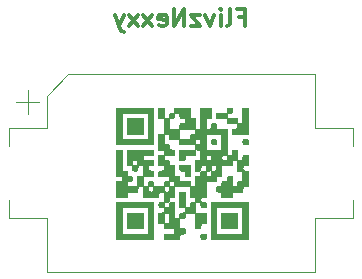
<source format=gbr>
G04 #@! TF.GenerationSoftware,KiCad,Pcbnew,5.1.9*
G04 #@! TF.CreationDate,2021-03-10T11:20:14+02:00*
G04 #@! TF.ProjectId,PlantBuddy,506c616e-7442-4756-9464-792e6b696361,rev?*
G04 #@! TF.SameCoordinates,Original*
G04 #@! TF.FileFunction,Legend,Bot*
G04 #@! TF.FilePolarity,Positive*
%FSLAX46Y46*%
G04 Gerber Fmt 4.6, Leading zero omitted, Abs format (unit mm)*
G04 Created by KiCad (PCBNEW 5.1.9) date 2021-03-10 11:20:14*
%MOMM*%
%LPD*%
G01*
G04 APERTURE LIST*
%ADD10C,0.300000*%
%ADD11C,0.120000*%
%ADD12C,0.010000*%
G04 APERTURE END LIST*
D10*
X70546571Y-51164857D02*
X71046571Y-51164857D01*
X71046571Y-51950571D02*
X71046571Y-50450571D01*
X70332285Y-50450571D01*
X69546571Y-51950571D02*
X69689428Y-51879142D01*
X69760857Y-51736285D01*
X69760857Y-50450571D01*
X68975142Y-51950571D02*
X68975142Y-50950571D01*
X68975142Y-50450571D02*
X69046571Y-50522000D01*
X68975142Y-50593428D01*
X68903714Y-50522000D01*
X68975142Y-50450571D01*
X68975142Y-50593428D01*
X68403714Y-50950571D02*
X68046571Y-51950571D01*
X67689428Y-50950571D01*
X67260857Y-50950571D02*
X66475142Y-50950571D01*
X67260857Y-51950571D01*
X66475142Y-51950571D01*
X65903714Y-51950571D02*
X65903714Y-50450571D01*
X65046571Y-51950571D01*
X65046571Y-50450571D01*
X63760857Y-51879142D02*
X63903714Y-51950571D01*
X64189428Y-51950571D01*
X64332285Y-51879142D01*
X64403714Y-51736285D01*
X64403714Y-51164857D01*
X64332285Y-51022000D01*
X64189428Y-50950571D01*
X63903714Y-50950571D01*
X63760857Y-51022000D01*
X63689428Y-51164857D01*
X63689428Y-51307714D01*
X64403714Y-51450571D01*
X63189428Y-51950571D02*
X62403714Y-50950571D01*
X63189428Y-50950571D02*
X62403714Y-51950571D01*
X61975142Y-51950571D02*
X61189428Y-50950571D01*
X61975142Y-50950571D02*
X61189428Y-51950571D01*
X60760857Y-50950571D02*
X60403714Y-51950571D01*
X60046571Y-50950571D02*
X60403714Y-51950571D01*
X60546571Y-52307714D01*
X60618000Y-52379142D01*
X60760857Y-52450571D01*
D11*
X76990000Y-60520000D02*
X80190000Y-60520000D01*
X80190000Y-60520000D02*
X80190000Y-62070000D01*
X76990000Y-56020000D02*
X76990000Y-60520000D01*
X76990000Y-56020000D02*
X56090000Y-56020000D01*
X54290000Y-57820000D02*
X54290000Y-60520000D01*
X56090000Y-56020000D02*
X54290000Y-57820000D01*
X54290000Y-60520000D02*
X51090000Y-60520000D01*
X51090000Y-60520000D02*
X51090000Y-62070000D01*
X54290000Y-68220000D02*
X51090000Y-68220000D01*
X51090000Y-68220000D02*
X51090000Y-66670000D01*
X76990000Y-68220000D02*
X80190000Y-68220000D01*
X80190000Y-68220000D02*
X80190000Y-66670000D01*
X54290000Y-72720000D02*
X76990000Y-72720000D01*
X54290000Y-72720000D02*
X54290000Y-68220000D01*
X76990000Y-72720000D02*
X76990000Y-68220000D01*
X52640000Y-59370000D02*
X52640000Y-57370000D01*
X53640000Y-58370000D02*
X51640000Y-58370000D01*
D12*
G36*
X70380500Y-67718500D02*
G01*
X69047000Y-67718500D01*
X69047000Y-69052000D01*
X70380500Y-69052000D01*
X70380500Y-67718500D01*
G37*
X70380500Y-67718500D02*
X69047000Y-67718500D01*
X69047000Y-69052000D01*
X70380500Y-69052000D01*
X70380500Y-67718500D01*
G36*
X62379500Y-67718500D02*
G01*
X61046000Y-67718500D01*
X61046000Y-69052000D01*
X62379500Y-69052000D01*
X62379500Y-67718500D01*
G37*
X62379500Y-67718500D02*
X61046000Y-67718500D01*
X61046000Y-69052000D01*
X62379500Y-69052000D01*
X62379500Y-67718500D01*
G36*
X68529208Y-61930171D02*
G01*
X68590298Y-61874711D01*
X68602472Y-61734667D01*
X68602500Y-61717750D01*
X68592670Y-61568792D01*
X68537210Y-61507702D01*
X68397166Y-61495528D01*
X68380250Y-61495500D01*
X68231291Y-61505330D01*
X68170201Y-61560790D01*
X68158027Y-61700834D01*
X68158000Y-61717750D01*
X68167829Y-61866709D01*
X68223289Y-61927799D01*
X68363333Y-61939973D01*
X68380250Y-61940000D01*
X68529208Y-61930171D01*
G37*
X68529208Y-61930171D02*
X68590298Y-61874711D01*
X68602472Y-61734667D01*
X68602500Y-61717750D01*
X68592670Y-61568792D01*
X68537210Y-61507702D01*
X68397166Y-61495528D01*
X68380250Y-61495500D01*
X68231291Y-61505330D01*
X68170201Y-61560790D01*
X68158027Y-61700834D01*
X68158000Y-61717750D01*
X68167829Y-61866709D01*
X68223289Y-61927799D01*
X68363333Y-61939973D01*
X68380250Y-61940000D01*
X68529208Y-61930171D01*
G36*
X65935500Y-65940500D02*
G01*
X65491000Y-65940500D01*
X65491000Y-67274000D01*
X65935500Y-67274000D01*
X65935500Y-65940500D01*
G37*
X65935500Y-65940500D02*
X65491000Y-65940500D01*
X65491000Y-67274000D01*
X65935500Y-67274000D01*
X65935500Y-65940500D01*
G36*
X66380000Y-63718000D02*
G01*
X65491000Y-63718000D01*
X65491000Y-63940250D01*
X65500829Y-64089209D01*
X65556289Y-64150299D01*
X65696333Y-64162473D01*
X65713250Y-64162500D01*
X65862208Y-64172330D01*
X65923298Y-64227790D01*
X65935472Y-64367834D01*
X65935500Y-64384750D01*
X65945329Y-64533709D01*
X66000789Y-64594799D01*
X66140833Y-64606973D01*
X66157750Y-64607000D01*
X66380000Y-64607000D01*
X66380000Y-63718000D01*
G37*
X66380000Y-63718000D02*
X65491000Y-63718000D01*
X65491000Y-63940250D01*
X65500829Y-64089209D01*
X65556289Y-64150299D01*
X65696333Y-64162473D01*
X65713250Y-64162500D01*
X65862208Y-64172330D01*
X65923298Y-64227790D01*
X65935472Y-64367834D01*
X65935500Y-64384750D01*
X65945329Y-64533709D01*
X66000789Y-64594799D01*
X66140833Y-64606973D01*
X66157750Y-64607000D01*
X66380000Y-64607000D01*
X66380000Y-63718000D01*
G36*
X65862208Y-63263671D02*
G01*
X65923298Y-63208211D01*
X65935472Y-63068167D01*
X65935500Y-63051250D01*
X65935500Y-62829000D01*
X66824500Y-62829000D01*
X66824500Y-62384500D01*
X65491000Y-62384500D01*
X65491000Y-63273500D01*
X65713250Y-63273500D01*
X65862208Y-63263671D01*
G37*
X65862208Y-63263671D02*
X65923298Y-63208211D01*
X65935472Y-63068167D01*
X65935500Y-63051250D01*
X65935500Y-62829000D01*
X66824500Y-62829000D01*
X66824500Y-62384500D01*
X65491000Y-62384500D01*
X65491000Y-63273500D01*
X65713250Y-63273500D01*
X65862208Y-63263671D01*
G36*
X62379500Y-59717500D02*
G01*
X61046000Y-59717500D01*
X61046000Y-61051000D01*
X62379500Y-61051000D01*
X62379500Y-59717500D01*
G37*
X62379500Y-59717500D02*
X61046000Y-59717500D01*
X61046000Y-61051000D01*
X62379500Y-61051000D01*
X62379500Y-59717500D01*
G36*
X67640208Y-69931171D02*
G01*
X67701298Y-69875711D01*
X67713472Y-69735667D01*
X67713500Y-69718750D01*
X67703670Y-69569792D01*
X67648210Y-69508702D01*
X67508166Y-69496528D01*
X67491250Y-69496500D01*
X67342291Y-69506330D01*
X67281201Y-69561790D01*
X67269027Y-69701834D01*
X67269000Y-69718750D01*
X67278829Y-69867709D01*
X67334289Y-69928799D01*
X67474333Y-69940973D01*
X67491250Y-69941000D01*
X67640208Y-69931171D01*
G37*
X67640208Y-69931171D02*
X67701298Y-69875711D01*
X67713472Y-69735667D01*
X67713500Y-69718750D01*
X67703670Y-69569792D01*
X67648210Y-69508702D01*
X67508166Y-69496528D01*
X67491250Y-69496500D01*
X67342291Y-69506330D01*
X67281201Y-69561790D01*
X67269027Y-69701834D01*
X67269000Y-69718750D01*
X67278829Y-69867709D01*
X67334289Y-69928799D01*
X67474333Y-69940973D01*
X67491250Y-69941000D01*
X67640208Y-69931171D01*
G36*
X71269500Y-66829500D02*
G01*
X68158000Y-66829500D01*
X68158000Y-69496500D01*
X68602500Y-69496500D01*
X68602500Y-67274000D01*
X70825000Y-67274000D01*
X70825000Y-69496500D01*
X68602500Y-69496500D01*
X68158000Y-69496500D01*
X68158000Y-69941000D01*
X71269500Y-69941000D01*
X71269500Y-66829500D01*
G37*
X71269500Y-66829500D02*
X68158000Y-66829500D01*
X68158000Y-69496500D01*
X68602500Y-69496500D01*
X68602500Y-67274000D01*
X70825000Y-67274000D01*
X70825000Y-69496500D01*
X68602500Y-69496500D01*
X68158000Y-69496500D01*
X68158000Y-69941000D01*
X71269500Y-69941000D01*
X71269500Y-66829500D01*
G36*
X63268500Y-66829500D02*
G01*
X60157000Y-66829500D01*
X60157000Y-69496500D01*
X60601500Y-69496500D01*
X60601500Y-67274000D01*
X62824000Y-67274000D01*
X62824000Y-69496500D01*
X60601500Y-69496500D01*
X60157000Y-69496500D01*
X60157000Y-69941000D01*
X63268500Y-69941000D01*
X63268500Y-66829500D01*
G37*
X63268500Y-66829500D02*
X60157000Y-66829500D01*
X60157000Y-69496500D01*
X60601500Y-69496500D01*
X60601500Y-67274000D01*
X62824000Y-67274000D01*
X62824000Y-69496500D01*
X60601500Y-69496500D01*
X60157000Y-69496500D01*
X60157000Y-69941000D01*
X63268500Y-69941000D01*
X63268500Y-66829500D01*
G36*
X71196208Y-61930171D02*
G01*
X71257298Y-61874711D01*
X71269472Y-61734667D01*
X71269500Y-61717750D01*
X71259670Y-61568792D01*
X71204210Y-61507702D01*
X71064166Y-61495528D01*
X71047250Y-61495500D01*
X70898291Y-61505330D01*
X70837201Y-61560790D01*
X70825027Y-61700834D01*
X70825000Y-61717750D01*
X70834829Y-61866709D01*
X70890289Y-61927799D01*
X71030333Y-61939973D01*
X71047250Y-61940000D01*
X71196208Y-61930171D01*
G37*
X71196208Y-61930171D02*
X71257298Y-61874711D01*
X71269472Y-61734667D01*
X71269500Y-61717750D01*
X71259670Y-61568792D01*
X71204210Y-61507702D01*
X71064166Y-61495528D01*
X71047250Y-61495500D01*
X70898291Y-61505330D01*
X70837201Y-61560790D01*
X70825027Y-61700834D01*
X70825000Y-61717750D01*
X70834829Y-61866709D01*
X70890289Y-61927799D01*
X71030333Y-61939973D01*
X71047250Y-61940000D01*
X71196208Y-61930171D01*
G36*
X69491500Y-60162000D02*
G01*
X70380500Y-60162000D01*
X70380500Y-60384250D01*
X70370670Y-60533209D01*
X70315210Y-60594299D01*
X70175166Y-60606473D01*
X70158250Y-60606500D01*
X70009291Y-60616330D01*
X69948201Y-60671790D01*
X69936027Y-60811834D01*
X69936000Y-60828750D01*
X69936000Y-61051000D01*
X71269500Y-61051000D01*
X71269500Y-58828500D01*
X70825000Y-58828500D01*
X70825000Y-60162000D01*
X70602750Y-60162000D01*
X70453791Y-60152171D01*
X70392701Y-60096711D01*
X70380527Y-59956667D01*
X70380500Y-59939750D01*
X70380500Y-59717500D01*
X69491500Y-59717500D01*
X69491500Y-60162000D01*
G37*
X69491500Y-60162000D02*
X70380500Y-60162000D01*
X70380500Y-60384250D01*
X70370670Y-60533209D01*
X70315210Y-60594299D01*
X70175166Y-60606473D01*
X70158250Y-60606500D01*
X70009291Y-60616330D01*
X69948201Y-60671790D01*
X69936027Y-60811834D01*
X69936000Y-60828750D01*
X69936000Y-61051000D01*
X71269500Y-61051000D01*
X71269500Y-58828500D01*
X70825000Y-58828500D01*
X70825000Y-60162000D01*
X70602750Y-60162000D01*
X70453791Y-60152171D01*
X70392701Y-60096711D01*
X70380527Y-59956667D01*
X70380500Y-59939750D01*
X70380500Y-59717500D01*
X69491500Y-59717500D01*
X69491500Y-60162000D01*
G36*
X69491500Y-59495250D02*
G01*
X69501329Y-59346292D01*
X69556789Y-59285202D01*
X69696833Y-59273028D01*
X69713750Y-59273000D01*
X69862708Y-59263171D01*
X69923798Y-59207711D01*
X69935972Y-59067667D01*
X69936000Y-59050750D01*
X69926170Y-58901792D01*
X69870710Y-58840702D01*
X69730666Y-58828528D01*
X69713750Y-58828500D01*
X69564791Y-58838330D01*
X69503701Y-58893790D01*
X69491527Y-59033834D01*
X69491500Y-59050750D01*
X69491500Y-59273000D01*
X68602500Y-59273000D01*
X68602500Y-59717500D01*
X69491500Y-59717500D01*
X69491500Y-59495250D01*
G37*
X69491500Y-59495250D02*
X69501329Y-59346292D01*
X69556789Y-59285202D01*
X69696833Y-59273028D01*
X69713750Y-59273000D01*
X69862708Y-59263171D01*
X69923798Y-59207711D01*
X69935972Y-59067667D01*
X69936000Y-59050750D01*
X69926170Y-58901792D01*
X69870710Y-58840702D01*
X69730666Y-58828528D01*
X69713750Y-58828500D01*
X69564791Y-58838330D01*
X69503701Y-58893790D01*
X69491527Y-59033834D01*
X69491500Y-59050750D01*
X69491500Y-59273000D01*
X68602500Y-59273000D01*
X68602500Y-59717500D01*
X69491500Y-59717500D01*
X69491500Y-59495250D01*
G36*
X66824500Y-66829500D02*
G01*
X67046750Y-66829500D01*
X67195708Y-66839330D01*
X67256798Y-66894790D01*
X67268972Y-67034834D01*
X67269000Y-67051750D01*
X67278829Y-67200709D01*
X67334289Y-67261799D01*
X67474333Y-67273973D01*
X67491250Y-67274000D01*
X67640208Y-67264171D01*
X67701298Y-67208711D01*
X67713472Y-67068667D01*
X67713500Y-67051750D01*
X67703670Y-66902792D01*
X67648210Y-66841702D01*
X67508166Y-66829528D01*
X67491250Y-66829500D01*
X67342291Y-66819671D01*
X67281201Y-66764211D01*
X67269027Y-66624167D01*
X67269000Y-66607250D01*
X67278829Y-66458292D01*
X67334289Y-66397202D01*
X67474333Y-66385028D01*
X67491250Y-66385000D01*
X67713500Y-66385000D01*
X67713500Y-65051500D01*
X68602500Y-65051500D01*
X68602500Y-64829250D01*
X68612329Y-64680292D01*
X68667789Y-64619202D01*
X68807833Y-64607028D01*
X68824750Y-64607000D01*
X69047000Y-64607000D01*
X69047000Y-63718000D01*
X69936000Y-63718000D01*
X69936000Y-63495750D01*
X69945829Y-63346792D01*
X70001289Y-63285702D01*
X70141333Y-63273528D01*
X70158250Y-63273500D01*
X70380500Y-63273500D01*
X70380500Y-62384500D01*
X70158250Y-62384500D01*
X70009291Y-62394330D01*
X69948201Y-62449790D01*
X69936027Y-62589834D01*
X69936000Y-62606750D01*
X69926170Y-62755709D01*
X69870710Y-62816799D01*
X69730666Y-62828973D01*
X69713750Y-62829000D01*
X69491500Y-62829000D01*
X69491500Y-60606500D01*
X68602500Y-60606500D01*
X68602500Y-60384250D01*
X68592670Y-60235292D01*
X68537210Y-60174202D01*
X68397166Y-60162028D01*
X68380250Y-60162000D01*
X68231291Y-60171830D01*
X68170201Y-60227290D01*
X68158027Y-60367334D01*
X68158000Y-60384250D01*
X68148170Y-60533209D01*
X68092710Y-60594299D01*
X67952666Y-60606473D01*
X67935750Y-60606500D01*
X67713500Y-60606500D01*
X67713500Y-59717500D01*
X68158000Y-59717500D01*
X68158000Y-58828500D01*
X67269000Y-58828500D01*
X67269000Y-60606500D01*
X66824500Y-60606500D01*
X66824500Y-59717500D01*
X66380000Y-59717500D01*
X66380000Y-58828500D01*
X65046500Y-58828500D01*
X65046500Y-59050750D01*
X65036670Y-59199709D01*
X64981210Y-59260799D01*
X64841166Y-59272973D01*
X64824250Y-59273000D01*
X64675291Y-59282830D01*
X64614201Y-59338290D01*
X64602027Y-59478334D01*
X64602000Y-59495250D01*
X64592170Y-59644209D01*
X64536710Y-59705299D01*
X64396666Y-59717473D01*
X64379750Y-59717500D01*
X64157500Y-59717500D01*
X64157500Y-60606500D01*
X64602000Y-60606500D01*
X64602000Y-59717500D01*
X64824250Y-59717500D01*
X64973208Y-59707671D01*
X65034298Y-59652211D01*
X65046472Y-59512167D01*
X65046500Y-59495250D01*
X65056329Y-59346292D01*
X65111789Y-59285202D01*
X65251833Y-59273028D01*
X65268750Y-59273000D01*
X65417708Y-59282830D01*
X65478798Y-59338290D01*
X65490972Y-59478334D01*
X65491000Y-59495250D01*
X65500829Y-59644209D01*
X65556289Y-59705299D01*
X65696333Y-59717473D01*
X65713250Y-59717500D01*
X65862208Y-59727330D01*
X65923298Y-59782790D01*
X65935472Y-59922834D01*
X65935500Y-59939750D01*
X65925670Y-60088709D01*
X65870210Y-60149799D01*
X65730166Y-60161973D01*
X65713250Y-60162000D01*
X65564291Y-60171830D01*
X65503201Y-60227290D01*
X65491027Y-60367334D01*
X65491000Y-60384250D01*
X65491000Y-60606500D01*
X64602000Y-60606500D01*
X64157500Y-60606500D01*
X64157500Y-61051000D01*
X63713000Y-61051000D01*
X63713000Y-62384500D01*
X63935250Y-62384500D01*
X64084208Y-62394330D01*
X64145298Y-62449790D01*
X64157472Y-62589834D01*
X64157500Y-62606750D01*
X64147670Y-62755709D01*
X64092210Y-62816799D01*
X63952166Y-62828973D01*
X63935250Y-62829000D01*
X63713000Y-62829000D01*
X63713000Y-63051250D01*
X64157500Y-63051250D01*
X64157500Y-62829000D01*
X65046500Y-62829000D01*
X65046500Y-62606750D01*
X65036670Y-62457792D01*
X64981210Y-62396702D01*
X64841166Y-62384528D01*
X64824250Y-62384500D01*
X64675291Y-62374671D01*
X64614201Y-62319211D01*
X64602027Y-62179167D01*
X64602000Y-62162250D01*
X64592170Y-62013292D01*
X64536710Y-61952202D01*
X64396666Y-61940028D01*
X64379750Y-61940000D01*
X64157500Y-61940000D01*
X64157500Y-61051000D01*
X64379750Y-61051000D01*
X64528708Y-61060830D01*
X64589798Y-61116290D01*
X64601972Y-61256334D01*
X64602000Y-61273250D01*
X64602000Y-61495500D01*
X65491000Y-61495500D01*
X65491000Y-60606500D01*
X66824500Y-60606500D01*
X66824500Y-60828750D01*
X66814670Y-60977709D01*
X66759210Y-61038799D01*
X66619166Y-61050973D01*
X66602250Y-61051000D01*
X66453291Y-61060830D01*
X66392201Y-61116290D01*
X66380027Y-61256334D01*
X66380000Y-61273250D01*
X66380000Y-61495500D01*
X65491000Y-61495500D01*
X65491000Y-61940000D01*
X66824500Y-61940000D01*
X66824500Y-61717750D01*
X66834329Y-61568792D01*
X66889789Y-61507702D01*
X67029833Y-61495528D01*
X67046750Y-61495500D01*
X67195708Y-61505330D01*
X67256798Y-61560790D01*
X67268972Y-61700834D01*
X67269000Y-61717750D01*
X67259170Y-61866709D01*
X67203710Y-61927799D01*
X67063666Y-61939973D01*
X67046750Y-61940000D01*
X66897791Y-61949830D01*
X66836701Y-62005290D01*
X66824527Y-62145334D01*
X66824500Y-62162250D01*
X66834329Y-62311209D01*
X66889789Y-62372299D01*
X67029833Y-62384473D01*
X67046750Y-62384500D01*
X67269000Y-62384500D01*
X67713500Y-62384500D01*
X67713500Y-61051000D01*
X69047000Y-61051000D01*
X69047000Y-62384500D01*
X67713500Y-62384500D01*
X67269000Y-62384500D01*
X67269000Y-63051250D01*
X67713500Y-63051250D01*
X67723329Y-62902292D01*
X67778789Y-62841202D01*
X67918833Y-62829028D01*
X67935750Y-62829000D01*
X68084708Y-62838830D01*
X68145798Y-62894290D01*
X68157972Y-63034334D01*
X68158000Y-63051250D01*
X69047000Y-63051250D01*
X69056829Y-62902292D01*
X69112289Y-62841202D01*
X69252333Y-62829028D01*
X69269250Y-62829000D01*
X69418208Y-62838830D01*
X69479298Y-62894290D01*
X69491472Y-63034334D01*
X69491500Y-63051250D01*
X69481670Y-63200209D01*
X69426210Y-63261299D01*
X69286166Y-63273473D01*
X69269250Y-63273500D01*
X69120291Y-63263671D01*
X69059201Y-63208211D01*
X69047027Y-63068167D01*
X69047000Y-63051250D01*
X68158000Y-63051250D01*
X68148170Y-63200209D01*
X68092710Y-63261299D01*
X67952666Y-63273473D01*
X67935750Y-63273500D01*
X67786791Y-63263671D01*
X67725701Y-63208211D01*
X67713527Y-63068167D01*
X67713500Y-63051250D01*
X67269000Y-63051250D01*
X67269000Y-63273500D01*
X66824500Y-63273500D01*
X66824500Y-64162500D01*
X67046750Y-64162500D01*
X67195708Y-64152671D01*
X67256798Y-64097211D01*
X67268972Y-63957167D01*
X67269000Y-63940250D01*
X67278829Y-63791292D01*
X67334289Y-63730202D01*
X67474333Y-63718028D01*
X67491250Y-63718000D01*
X67640208Y-63727830D01*
X67701298Y-63783290D01*
X67713472Y-63923334D01*
X67713500Y-63940250D01*
X67723329Y-64089209D01*
X67778789Y-64150299D01*
X67918833Y-64162473D01*
X67935750Y-64162500D01*
X68084708Y-64152671D01*
X68145798Y-64097211D01*
X68157972Y-63957167D01*
X68158000Y-63940250D01*
X68167829Y-63791292D01*
X68223289Y-63730202D01*
X68363333Y-63718028D01*
X68380250Y-63718000D01*
X68529208Y-63727830D01*
X68590298Y-63783290D01*
X68602472Y-63923334D01*
X68602500Y-63940250D01*
X68592670Y-64089209D01*
X68537210Y-64150299D01*
X68397166Y-64162473D01*
X68380250Y-64162500D01*
X68231291Y-64172330D01*
X68170201Y-64227790D01*
X68158027Y-64367834D01*
X68158000Y-64384750D01*
X68148170Y-64533709D01*
X68092710Y-64594799D01*
X67952666Y-64606973D01*
X67935750Y-64607000D01*
X67786791Y-64597171D01*
X67725701Y-64541711D01*
X67713527Y-64401667D01*
X67713500Y-64384750D01*
X67703670Y-64235792D01*
X67648210Y-64174702D01*
X67508166Y-64162528D01*
X67491250Y-64162500D01*
X67342291Y-64172330D01*
X67281201Y-64227790D01*
X67269027Y-64367834D01*
X67269000Y-64384750D01*
X67259170Y-64533709D01*
X67203710Y-64594799D01*
X67063666Y-64606973D01*
X67046750Y-64607000D01*
X66824500Y-64607000D01*
X66824500Y-65496000D01*
X66380000Y-65496000D01*
X66380000Y-65051500D01*
X65491000Y-65051500D01*
X65491000Y-64829250D01*
X65481170Y-64680292D01*
X65425710Y-64619202D01*
X65285666Y-64607028D01*
X65268750Y-64607000D01*
X65046500Y-64607000D01*
X65046500Y-63718000D01*
X64824250Y-63718000D01*
X64675291Y-63708171D01*
X64614201Y-63652711D01*
X64602027Y-63512667D01*
X64602000Y-63495750D01*
X64592170Y-63346792D01*
X64536710Y-63285702D01*
X64396666Y-63273528D01*
X64379750Y-63273500D01*
X64230791Y-63263671D01*
X64169701Y-63208211D01*
X64157527Y-63068167D01*
X64157500Y-63051250D01*
X63713000Y-63051250D01*
X63713000Y-63718000D01*
X63935250Y-63718000D01*
X64084208Y-63727830D01*
X64145298Y-63783290D01*
X64157472Y-63923334D01*
X64157500Y-63940250D01*
X64147670Y-64089209D01*
X64092210Y-64150299D01*
X63952166Y-64162473D01*
X63935250Y-64162500D01*
X63786291Y-64172330D01*
X63725201Y-64227790D01*
X63713027Y-64367834D01*
X63713000Y-64384750D01*
X63713000Y-64607000D01*
X64602000Y-64607000D01*
X64602000Y-64829250D01*
X64592170Y-64978209D01*
X64536710Y-65039299D01*
X64396666Y-65051473D01*
X64379750Y-65051500D01*
X64230791Y-65061330D01*
X64169701Y-65116790D01*
X64157527Y-65256834D01*
X64157500Y-65273750D01*
X64157500Y-65496000D01*
X63268500Y-65496000D01*
X63268500Y-65273750D01*
X63258670Y-65124792D01*
X63203210Y-65063702D01*
X63063166Y-65051528D01*
X63046250Y-65051500D01*
X62897291Y-65061330D01*
X62836201Y-65116790D01*
X62824027Y-65256834D01*
X62824000Y-65273750D01*
X62814170Y-65422709D01*
X62758710Y-65483799D01*
X62618666Y-65495973D01*
X62601750Y-65496000D01*
X62379500Y-65496000D01*
X62379500Y-65718250D01*
X62824000Y-65718250D01*
X62833829Y-65569292D01*
X62889289Y-65508202D01*
X63029333Y-65496028D01*
X63046250Y-65496000D01*
X63195208Y-65505830D01*
X63256298Y-65561290D01*
X63268472Y-65701334D01*
X63268500Y-65718250D01*
X64157500Y-65718250D01*
X64167329Y-65569292D01*
X64222789Y-65508202D01*
X64362833Y-65496028D01*
X64379750Y-65496000D01*
X64528708Y-65486171D01*
X64589798Y-65430711D01*
X64601972Y-65290667D01*
X64602000Y-65273750D01*
X64611829Y-65124792D01*
X64667289Y-65063702D01*
X64807333Y-65051528D01*
X64824250Y-65051500D01*
X64973208Y-65061330D01*
X65034298Y-65116790D01*
X65046472Y-65256834D01*
X65046500Y-65273750D01*
X65046500Y-65496000D01*
X64824250Y-65496000D01*
X64675291Y-65505830D01*
X64614201Y-65561290D01*
X64602027Y-65701334D01*
X64602000Y-65718250D01*
X64592170Y-65867209D01*
X64536710Y-65928299D01*
X64396666Y-65940473D01*
X64379750Y-65940500D01*
X64230791Y-65930671D01*
X64169701Y-65875211D01*
X64157527Y-65735167D01*
X64157500Y-65718250D01*
X63268500Y-65718250D01*
X63258670Y-65867209D01*
X63203210Y-65928299D01*
X63063166Y-65940473D01*
X63046250Y-65940500D01*
X62897291Y-65930671D01*
X62836201Y-65875211D01*
X62824027Y-65735167D01*
X62824000Y-65718250D01*
X62379500Y-65718250D01*
X62379500Y-66385000D01*
X63713000Y-66385000D01*
X63713000Y-66162750D01*
X63722829Y-66013792D01*
X63778289Y-65952702D01*
X63918333Y-65940528D01*
X63935250Y-65940500D01*
X64157500Y-65940500D01*
X64157500Y-66829500D01*
X63935250Y-66829500D01*
X63786291Y-66839330D01*
X63725201Y-66894790D01*
X63713027Y-67034834D01*
X63713000Y-67051750D01*
X64157500Y-67051750D01*
X64167329Y-66902792D01*
X64222789Y-66841702D01*
X64362833Y-66829528D01*
X64379750Y-66829500D01*
X64528708Y-66819671D01*
X64589798Y-66764211D01*
X64601972Y-66624167D01*
X64602000Y-66607250D01*
X64611829Y-66458292D01*
X64667289Y-66397202D01*
X64807333Y-66385028D01*
X64824250Y-66385000D01*
X65046500Y-66385000D01*
X65046500Y-65496000D01*
X66380000Y-65496000D01*
X66380000Y-66385000D01*
X66602250Y-66385000D01*
X66751208Y-66394830D01*
X66812298Y-66450290D01*
X66824472Y-66590334D01*
X66824500Y-66607250D01*
X66814670Y-66756209D01*
X66759210Y-66817299D01*
X66619166Y-66829473D01*
X66602250Y-66829500D01*
X66453291Y-66839330D01*
X66392201Y-66894790D01*
X66380027Y-67034834D01*
X66380000Y-67051750D01*
X66370170Y-67200709D01*
X66314710Y-67261799D01*
X66174666Y-67273973D01*
X66157750Y-67274000D01*
X66008791Y-67283830D01*
X65947701Y-67339290D01*
X65935527Y-67479334D01*
X65935500Y-67496250D01*
X65925670Y-67645209D01*
X65870210Y-67706299D01*
X65730166Y-67718473D01*
X65713250Y-67718500D01*
X65564291Y-67728330D01*
X65503201Y-67783790D01*
X65491027Y-67923834D01*
X65491000Y-67940750D01*
X65481170Y-68089709D01*
X65425710Y-68150799D01*
X65285666Y-68162973D01*
X65268750Y-68163000D01*
X65046500Y-68163000D01*
X65046500Y-66829500D01*
X64824250Y-66829500D01*
X64675291Y-66839330D01*
X64614201Y-66894790D01*
X64602027Y-67034834D01*
X64602000Y-67051750D01*
X64592170Y-67200709D01*
X64536710Y-67261799D01*
X64396666Y-67273973D01*
X64379750Y-67274000D01*
X64230791Y-67264171D01*
X64169701Y-67208711D01*
X64157527Y-67068667D01*
X64157500Y-67051750D01*
X63713000Y-67051750D01*
X63722829Y-67200709D01*
X63778289Y-67261799D01*
X63918333Y-67273973D01*
X63935250Y-67274000D01*
X64084208Y-67283830D01*
X64145298Y-67339290D01*
X64157472Y-67479334D01*
X64157500Y-67496250D01*
X64147670Y-67645209D01*
X64092210Y-67706299D01*
X63952166Y-67718473D01*
X63935250Y-67718500D01*
X63713000Y-67718500D01*
X63713000Y-68607500D01*
X63935250Y-68607500D01*
X64157500Y-68607500D01*
X64157500Y-67718500D01*
X64602000Y-67718500D01*
X64602000Y-68607500D01*
X64157500Y-68607500D01*
X63935250Y-68607500D01*
X64084208Y-68617330D01*
X64145298Y-68672790D01*
X64157472Y-68812834D01*
X64157500Y-68829750D01*
X64157500Y-69052000D01*
X65046500Y-69052000D01*
X65046500Y-69496500D01*
X64157500Y-69496500D01*
X64157500Y-69941000D01*
X65491000Y-69941000D01*
X65491000Y-69718750D01*
X65500829Y-69569792D01*
X65556289Y-69508702D01*
X65696333Y-69496528D01*
X65713250Y-69496500D01*
X65862208Y-69486671D01*
X65923298Y-69431211D01*
X65935472Y-69291167D01*
X65935500Y-69274250D01*
X65925670Y-69125292D01*
X65870210Y-69064202D01*
X65730166Y-69052028D01*
X65713250Y-69052000D01*
X65491000Y-69052000D01*
X65491000Y-68163000D01*
X65713250Y-68163000D01*
X65862208Y-68153171D01*
X65923298Y-68097711D01*
X65935472Y-67957667D01*
X65935500Y-67940750D01*
X65935500Y-67718500D01*
X66824500Y-67718500D01*
X66824500Y-66829500D01*
G37*
X66824500Y-66829500D02*
X67046750Y-66829500D01*
X67195708Y-66839330D01*
X67256798Y-66894790D01*
X67268972Y-67034834D01*
X67269000Y-67051750D01*
X67278829Y-67200709D01*
X67334289Y-67261799D01*
X67474333Y-67273973D01*
X67491250Y-67274000D01*
X67640208Y-67264171D01*
X67701298Y-67208711D01*
X67713472Y-67068667D01*
X67713500Y-67051750D01*
X67703670Y-66902792D01*
X67648210Y-66841702D01*
X67508166Y-66829528D01*
X67491250Y-66829500D01*
X67342291Y-66819671D01*
X67281201Y-66764211D01*
X67269027Y-66624167D01*
X67269000Y-66607250D01*
X67278829Y-66458292D01*
X67334289Y-66397202D01*
X67474333Y-66385028D01*
X67491250Y-66385000D01*
X67713500Y-66385000D01*
X67713500Y-65051500D01*
X68602500Y-65051500D01*
X68602500Y-64829250D01*
X68612329Y-64680292D01*
X68667789Y-64619202D01*
X68807833Y-64607028D01*
X68824750Y-64607000D01*
X69047000Y-64607000D01*
X69047000Y-63718000D01*
X69936000Y-63718000D01*
X69936000Y-63495750D01*
X69945829Y-63346792D01*
X70001289Y-63285702D01*
X70141333Y-63273528D01*
X70158250Y-63273500D01*
X70380500Y-63273500D01*
X70380500Y-62384500D01*
X70158250Y-62384500D01*
X70009291Y-62394330D01*
X69948201Y-62449790D01*
X69936027Y-62589834D01*
X69936000Y-62606750D01*
X69926170Y-62755709D01*
X69870710Y-62816799D01*
X69730666Y-62828973D01*
X69713750Y-62829000D01*
X69491500Y-62829000D01*
X69491500Y-60606500D01*
X68602500Y-60606500D01*
X68602500Y-60384250D01*
X68592670Y-60235292D01*
X68537210Y-60174202D01*
X68397166Y-60162028D01*
X68380250Y-60162000D01*
X68231291Y-60171830D01*
X68170201Y-60227290D01*
X68158027Y-60367334D01*
X68158000Y-60384250D01*
X68148170Y-60533209D01*
X68092710Y-60594299D01*
X67952666Y-60606473D01*
X67935750Y-60606500D01*
X67713500Y-60606500D01*
X67713500Y-59717500D01*
X68158000Y-59717500D01*
X68158000Y-58828500D01*
X67269000Y-58828500D01*
X67269000Y-60606500D01*
X66824500Y-60606500D01*
X66824500Y-59717500D01*
X66380000Y-59717500D01*
X66380000Y-58828500D01*
X65046500Y-58828500D01*
X65046500Y-59050750D01*
X65036670Y-59199709D01*
X64981210Y-59260799D01*
X64841166Y-59272973D01*
X64824250Y-59273000D01*
X64675291Y-59282830D01*
X64614201Y-59338290D01*
X64602027Y-59478334D01*
X64602000Y-59495250D01*
X64592170Y-59644209D01*
X64536710Y-59705299D01*
X64396666Y-59717473D01*
X64379750Y-59717500D01*
X64157500Y-59717500D01*
X64157500Y-60606500D01*
X64602000Y-60606500D01*
X64602000Y-59717500D01*
X64824250Y-59717500D01*
X64973208Y-59707671D01*
X65034298Y-59652211D01*
X65046472Y-59512167D01*
X65046500Y-59495250D01*
X65056329Y-59346292D01*
X65111789Y-59285202D01*
X65251833Y-59273028D01*
X65268750Y-59273000D01*
X65417708Y-59282830D01*
X65478798Y-59338290D01*
X65490972Y-59478334D01*
X65491000Y-59495250D01*
X65500829Y-59644209D01*
X65556289Y-59705299D01*
X65696333Y-59717473D01*
X65713250Y-59717500D01*
X65862208Y-59727330D01*
X65923298Y-59782790D01*
X65935472Y-59922834D01*
X65935500Y-59939750D01*
X65925670Y-60088709D01*
X65870210Y-60149799D01*
X65730166Y-60161973D01*
X65713250Y-60162000D01*
X65564291Y-60171830D01*
X65503201Y-60227290D01*
X65491027Y-60367334D01*
X65491000Y-60384250D01*
X65491000Y-60606500D01*
X64602000Y-60606500D01*
X64157500Y-60606500D01*
X64157500Y-61051000D01*
X63713000Y-61051000D01*
X63713000Y-62384500D01*
X63935250Y-62384500D01*
X64084208Y-62394330D01*
X64145298Y-62449790D01*
X64157472Y-62589834D01*
X64157500Y-62606750D01*
X64147670Y-62755709D01*
X64092210Y-62816799D01*
X63952166Y-62828973D01*
X63935250Y-62829000D01*
X63713000Y-62829000D01*
X63713000Y-63051250D01*
X64157500Y-63051250D01*
X64157500Y-62829000D01*
X65046500Y-62829000D01*
X65046500Y-62606750D01*
X65036670Y-62457792D01*
X64981210Y-62396702D01*
X64841166Y-62384528D01*
X64824250Y-62384500D01*
X64675291Y-62374671D01*
X64614201Y-62319211D01*
X64602027Y-62179167D01*
X64602000Y-62162250D01*
X64592170Y-62013292D01*
X64536710Y-61952202D01*
X64396666Y-61940028D01*
X64379750Y-61940000D01*
X64157500Y-61940000D01*
X64157500Y-61051000D01*
X64379750Y-61051000D01*
X64528708Y-61060830D01*
X64589798Y-61116290D01*
X64601972Y-61256334D01*
X64602000Y-61273250D01*
X64602000Y-61495500D01*
X65491000Y-61495500D01*
X65491000Y-60606500D01*
X66824500Y-60606500D01*
X66824500Y-60828750D01*
X66814670Y-60977709D01*
X66759210Y-61038799D01*
X66619166Y-61050973D01*
X66602250Y-61051000D01*
X66453291Y-61060830D01*
X66392201Y-61116290D01*
X66380027Y-61256334D01*
X66380000Y-61273250D01*
X66380000Y-61495500D01*
X65491000Y-61495500D01*
X65491000Y-61940000D01*
X66824500Y-61940000D01*
X66824500Y-61717750D01*
X66834329Y-61568792D01*
X66889789Y-61507702D01*
X67029833Y-61495528D01*
X67046750Y-61495500D01*
X67195708Y-61505330D01*
X67256798Y-61560790D01*
X67268972Y-61700834D01*
X67269000Y-61717750D01*
X67259170Y-61866709D01*
X67203710Y-61927799D01*
X67063666Y-61939973D01*
X67046750Y-61940000D01*
X66897791Y-61949830D01*
X66836701Y-62005290D01*
X66824527Y-62145334D01*
X66824500Y-62162250D01*
X66834329Y-62311209D01*
X66889789Y-62372299D01*
X67029833Y-62384473D01*
X67046750Y-62384500D01*
X67269000Y-62384500D01*
X67713500Y-62384500D01*
X67713500Y-61051000D01*
X69047000Y-61051000D01*
X69047000Y-62384500D01*
X67713500Y-62384500D01*
X67269000Y-62384500D01*
X67269000Y-63051250D01*
X67713500Y-63051250D01*
X67723329Y-62902292D01*
X67778789Y-62841202D01*
X67918833Y-62829028D01*
X67935750Y-62829000D01*
X68084708Y-62838830D01*
X68145798Y-62894290D01*
X68157972Y-63034334D01*
X68158000Y-63051250D01*
X69047000Y-63051250D01*
X69056829Y-62902292D01*
X69112289Y-62841202D01*
X69252333Y-62829028D01*
X69269250Y-62829000D01*
X69418208Y-62838830D01*
X69479298Y-62894290D01*
X69491472Y-63034334D01*
X69491500Y-63051250D01*
X69481670Y-63200209D01*
X69426210Y-63261299D01*
X69286166Y-63273473D01*
X69269250Y-63273500D01*
X69120291Y-63263671D01*
X69059201Y-63208211D01*
X69047027Y-63068167D01*
X69047000Y-63051250D01*
X68158000Y-63051250D01*
X68148170Y-63200209D01*
X68092710Y-63261299D01*
X67952666Y-63273473D01*
X67935750Y-63273500D01*
X67786791Y-63263671D01*
X67725701Y-63208211D01*
X67713527Y-63068167D01*
X67713500Y-63051250D01*
X67269000Y-63051250D01*
X67269000Y-63273500D01*
X66824500Y-63273500D01*
X66824500Y-64162500D01*
X67046750Y-64162500D01*
X67195708Y-64152671D01*
X67256798Y-64097211D01*
X67268972Y-63957167D01*
X67269000Y-63940250D01*
X67278829Y-63791292D01*
X67334289Y-63730202D01*
X67474333Y-63718028D01*
X67491250Y-63718000D01*
X67640208Y-63727830D01*
X67701298Y-63783290D01*
X67713472Y-63923334D01*
X67713500Y-63940250D01*
X67723329Y-64089209D01*
X67778789Y-64150299D01*
X67918833Y-64162473D01*
X67935750Y-64162500D01*
X68084708Y-64152671D01*
X68145798Y-64097211D01*
X68157972Y-63957167D01*
X68158000Y-63940250D01*
X68167829Y-63791292D01*
X68223289Y-63730202D01*
X68363333Y-63718028D01*
X68380250Y-63718000D01*
X68529208Y-63727830D01*
X68590298Y-63783290D01*
X68602472Y-63923334D01*
X68602500Y-63940250D01*
X68592670Y-64089209D01*
X68537210Y-64150299D01*
X68397166Y-64162473D01*
X68380250Y-64162500D01*
X68231291Y-64172330D01*
X68170201Y-64227790D01*
X68158027Y-64367834D01*
X68158000Y-64384750D01*
X68148170Y-64533709D01*
X68092710Y-64594799D01*
X67952666Y-64606973D01*
X67935750Y-64607000D01*
X67786791Y-64597171D01*
X67725701Y-64541711D01*
X67713527Y-64401667D01*
X67713500Y-64384750D01*
X67703670Y-64235792D01*
X67648210Y-64174702D01*
X67508166Y-64162528D01*
X67491250Y-64162500D01*
X67342291Y-64172330D01*
X67281201Y-64227790D01*
X67269027Y-64367834D01*
X67269000Y-64384750D01*
X67259170Y-64533709D01*
X67203710Y-64594799D01*
X67063666Y-64606973D01*
X67046750Y-64607000D01*
X66824500Y-64607000D01*
X66824500Y-65496000D01*
X66380000Y-65496000D01*
X66380000Y-65051500D01*
X65491000Y-65051500D01*
X65491000Y-64829250D01*
X65481170Y-64680292D01*
X65425710Y-64619202D01*
X65285666Y-64607028D01*
X65268750Y-64607000D01*
X65046500Y-64607000D01*
X65046500Y-63718000D01*
X64824250Y-63718000D01*
X64675291Y-63708171D01*
X64614201Y-63652711D01*
X64602027Y-63512667D01*
X64602000Y-63495750D01*
X64592170Y-63346792D01*
X64536710Y-63285702D01*
X64396666Y-63273528D01*
X64379750Y-63273500D01*
X64230791Y-63263671D01*
X64169701Y-63208211D01*
X64157527Y-63068167D01*
X64157500Y-63051250D01*
X63713000Y-63051250D01*
X63713000Y-63718000D01*
X63935250Y-63718000D01*
X64084208Y-63727830D01*
X64145298Y-63783290D01*
X64157472Y-63923334D01*
X64157500Y-63940250D01*
X64147670Y-64089209D01*
X64092210Y-64150299D01*
X63952166Y-64162473D01*
X63935250Y-64162500D01*
X63786291Y-64172330D01*
X63725201Y-64227790D01*
X63713027Y-64367834D01*
X63713000Y-64384750D01*
X63713000Y-64607000D01*
X64602000Y-64607000D01*
X64602000Y-64829250D01*
X64592170Y-64978209D01*
X64536710Y-65039299D01*
X64396666Y-65051473D01*
X64379750Y-65051500D01*
X64230791Y-65061330D01*
X64169701Y-65116790D01*
X64157527Y-65256834D01*
X64157500Y-65273750D01*
X64157500Y-65496000D01*
X63268500Y-65496000D01*
X63268500Y-65273750D01*
X63258670Y-65124792D01*
X63203210Y-65063702D01*
X63063166Y-65051528D01*
X63046250Y-65051500D01*
X62897291Y-65061330D01*
X62836201Y-65116790D01*
X62824027Y-65256834D01*
X62824000Y-65273750D01*
X62814170Y-65422709D01*
X62758710Y-65483799D01*
X62618666Y-65495973D01*
X62601750Y-65496000D01*
X62379500Y-65496000D01*
X62379500Y-65718250D01*
X62824000Y-65718250D01*
X62833829Y-65569292D01*
X62889289Y-65508202D01*
X63029333Y-65496028D01*
X63046250Y-65496000D01*
X63195208Y-65505830D01*
X63256298Y-65561290D01*
X63268472Y-65701334D01*
X63268500Y-65718250D01*
X64157500Y-65718250D01*
X64167329Y-65569292D01*
X64222789Y-65508202D01*
X64362833Y-65496028D01*
X64379750Y-65496000D01*
X64528708Y-65486171D01*
X64589798Y-65430711D01*
X64601972Y-65290667D01*
X64602000Y-65273750D01*
X64611829Y-65124792D01*
X64667289Y-65063702D01*
X64807333Y-65051528D01*
X64824250Y-65051500D01*
X64973208Y-65061330D01*
X65034298Y-65116790D01*
X65046472Y-65256834D01*
X65046500Y-65273750D01*
X65046500Y-65496000D01*
X64824250Y-65496000D01*
X64675291Y-65505830D01*
X64614201Y-65561290D01*
X64602027Y-65701334D01*
X64602000Y-65718250D01*
X64592170Y-65867209D01*
X64536710Y-65928299D01*
X64396666Y-65940473D01*
X64379750Y-65940500D01*
X64230791Y-65930671D01*
X64169701Y-65875211D01*
X64157527Y-65735167D01*
X64157500Y-65718250D01*
X63268500Y-65718250D01*
X63258670Y-65867209D01*
X63203210Y-65928299D01*
X63063166Y-65940473D01*
X63046250Y-65940500D01*
X62897291Y-65930671D01*
X62836201Y-65875211D01*
X62824027Y-65735167D01*
X62824000Y-65718250D01*
X62379500Y-65718250D01*
X62379500Y-66385000D01*
X63713000Y-66385000D01*
X63713000Y-66162750D01*
X63722829Y-66013792D01*
X63778289Y-65952702D01*
X63918333Y-65940528D01*
X63935250Y-65940500D01*
X64157500Y-65940500D01*
X64157500Y-66829500D01*
X63935250Y-66829500D01*
X63786291Y-66839330D01*
X63725201Y-66894790D01*
X63713027Y-67034834D01*
X63713000Y-67051750D01*
X64157500Y-67051750D01*
X64167329Y-66902792D01*
X64222789Y-66841702D01*
X64362833Y-66829528D01*
X64379750Y-66829500D01*
X64528708Y-66819671D01*
X64589798Y-66764211D01*
X64601972Y-66624167D01*
X64602000Y-66607250D01*
X64611829Y-66458292D01*
X64667289Y-66397202D01*
X64807333Y-66385028D01*
X64824250Y-66385000D01*
X65046500Y-66385000D01*
X65046500Y-65496000D01*
X66380000Y-65496000D01*
X66380000Y-66385000D01*
X66602250Y-66385000D01*
X66751208Y-66394830D01*
X66812298Y-66450290D01*
X66824472Y-66590334D01*
X66824500Y-66607250D01*
X66814670Y-66756209D01*
X66759210Y-66817299D01*
X66619166Y-66829473D01*
X66602250Y-66829500D01*
X66453291Y-66839330D01*
X66392201Y-66894790D01*
X66380027Y-67034834D01*
X66380000Y-67051750D01*
X66370170Y-67200709D01*
X66314710Y-67261799D01*
X66174666Y-67273973D01*
X66157750Y-67274000D01*
X66008791Y-67283830D01*
X65947701Y-67339290D01*
X65935527Y-67479334D01*
X65935500Y-67496250D01*
X65925670Y-67645209D01*
X65870210Y-67706299D01*
X65730166Y-67718473D01*
X65713250Y-67718500D01*
X65564291Y-67728330D01*
X65503201Y-67783790D01*
X65491027Y-67923834D01*
X65491000Y-67940750D01*
X65481170Y-68089709D01*
X65425710Y-68150799D01*
X65285666Y-68162973D01*
X65268750Y-68163000D01*
X65046500Y-68163000D01*
X65046500Y-66829500D01*
X64824250Y-66829500D01*
X64675291Y-66839330D01*
X64614201Y-66894790D01*
X64602027Y-67034834D01*
X64602000Y-67051750D01*
X64592170Y-67200709D01*
X64536710Y-67261799D01*
X64396666Y-67273973D01*
X64379750Y-67274000D01*
X64230791Y-67264171D01*
X64169701Y-67208711D01*
X64157527Y-67068667D01*
X64157500Y-67051750D01*
X63713000Y-67051750D01*
X63722829Y-67200709D01*
X63778289Y-67261799D01*
X63918333Y-67273973D01*
X63935250Y-67274000D01*
X64084208Y-67283830D01*
X64145298Y-67339290D01*
X64157472Y-67479334D01*
X64157500Y-67496250D01*
X64147670Y-67645209D01*
X64092210Y-67706299D01*
X63952166Y-67718473D01*
X63935250Y-67718500D01*
X63713000Y-67718500D01*
X63713000Y-68607500D01*
X63935250Y-68607500D01*
X64157500Y-68607500D01*
X64157500Y-67718500D01*
X64602000Y-67718500D01*
X64602000Y-68607500D01*
X64157500Y-68607500D01*
X63935250Y-68607500D01*
X64084208Y-68617330D01*
X64145298Y-68672790D01*
X64157472Y-68812834D01*
X64157500Y-68829750D01*
X64157500Y-69052000D01*
X65046500Y-69052000D01*
X65046500Y-69496500D01*
X64157500Y-69496500D01*
X64157500Y-69941000D01*
X65491000Y-69941000D01*
X65491000Y-69718750D01*
X65500829Y-69569792D01*
X65556289Y-69508702D01*
X65696333Y-69496528D01*
X65713250Y-69496500D01*
X65862208Y-69486671D01*
X65923298Y-69431211D01*
X65935472Y-69291167D01*
X65935500Y-69274250D01*
X65925670Y-69125292D01*
X65870210Y-69064202D01*
X65730166Y-69052028D01*
X65713250Y-69052000D01*
X65491000Y-69052000D01*
X65491000Y-68163000D01*
X65713250Y-68163000D01*
X65862208Y-68153171D01*
X65923298Y-68097711D01*
X65935472Y-67957667D01*
X65935500Y-67940750D01*
X65935500Y-67718500D01*
X66824500Y-67718500D01*
X66824500Y-66829500D01*
G36*
X66824500Y-69052000D02*
G01*
X67046750Y-69052000D01*
X67195708Y-69042171D01*
X67256798Y-68986711D01*
X67268972Y-68846667D01*
X67269000Y-68829750D01*
X67278829Y-68680792D01*
X67334289Y-68619702D01*
X67474333Y-68607528D01*
X67491250Y-68607500D01*
X67713500Y-68607500D01*
X67713500Y-67718500D01*
X66824500Y-67718500D01*
X66824500Y-69052000D01*
G37*
X66824500Y-69052000D02*
X67046750Y-69052000D01*
X67195708Y-69042171D01*
X67256798Y-68986711D01*
X67268972Y-68846667D01*
X67269000Y-68829750D01*
X67278829Y-68680792D01*
X67334289Y-68619702D01*
X67474333Y-68607528D01*
X67491250Y-68607500D01*
X67713500Y-68607500D01*
X67713500Y-67718500D01*
X66824500Y-67718500D01*
X66824500Y-69052000D01*
G36*
X70380500Y-64162500D02*
G01*
X70825000Y-64162500D01*
X70825000Y-65051500D01*
X70602750Y-65051500D01*
X70453791Y-65061330D01*
X70392701Y-65116790D01*
X70380527Y-65256834D01*
X70380500Y-65273750D01*
X70370670Y-65422709D01*
X70315210Y-65483799D01*
X70175166Y-65495973D01*
X70158250Y-65496000D01*
X69936000Y-65496000D01*
X69936000Y-64607000D01*
X69713750Y-64607000D01*
X69564791Y-64616830D01*
X69503701Y-64672290D01*
X69491527Y-64812334D01*
X69491500Y-64829250D01*
X69481670Y-64978209D01*
X69426210Y-65039299D01*
X69286166Y-65051473D01*
X69269250Y-65051500D01*
X69120291Y-65061330D01*
X69059201Y-65116790D01*
X69047027Y-65256834D01*
X69047000Y-65273750D01*
X69037170Y-65422709D01*
X68981710Y-65483799D01*
X68841666Y-65495973D01*
X68824750Y-65496000D01*
X68675791Y-65505830D01*
X68614701Y-65561290D01*
X68602527Y-65701334D01*
X68602500Y-65718250D01*
X68612329Y-65867209D01*
X68667789Y-65928299D01*
X68807833Y-65940473D01*
X68824750Y-65940500D01*
X68973708Y-65950330D01*
X69034798Y-66005790D01*
X69046972Y-66145834D01*
X69047000Y-66162750D01*
X69047000Y-66385000D01*
X69936000Y-66385000D01*
X69936000Y-65940500D01*
X70825000Y-65940500D01*
X70825000Y-65718250D01*
X70834829Y-65569292D01*
X70890289Y-65508202D01*
X71030333Y-65496028D01*
X71047250Y-65496000D01*
X71269500Y-65496000D01*
X71269500Y-64162500D01*
X71047250Y-64162500D01*
X70898291Y-64152671D01*
X70837201Y-64097211D01*
X70825027Y-63957167D01*
X70825000Y-63940250D01*
X70834829Y-63791292D01*
X70890289Y-63730202D01*
X71030333Y-63718028D01*
X71047250Y-63718000D01*
X71269500Y-63718000D01*
X71269500Y-62829000D01*
X71047250Y-62829000D01*
X70898291Y-62838830D01*
X70837201Y-62894290D01*
X70825027Y-63034334D01*
X70825000Y-63051250D01*
X70815170Y-63200209D01*
X70759710Y-63261299D01*
X70619666Y-63273473D01*
X70602750Y-63273500D01*
X70380500Y-63273500D01*
X70380500Y-64162500D01*
G37*
X70380500Y-64162500D02*
X70825000Y-64162500D01*
X70825000Y-65051500D01*
X70602750Y-65051500D01*
X70453791Y-65061330D01*
X70392701Y-65116790D01*
X70380527Y-65256834D01*
X70380500Y-65273750D01*
X70370670Y-65422709D01*
X70315210Y-65483799D01*
X70175166Y-65495973D01*
X70158250Y-65496000D01*
X69936000Y-65496000D01*
X69936000Y-64607000D01*
X69713750Y-64607000D01*
X69564791Y-64616830D01*
X69503701Y-64672290D01*
X69491527Y-64812334D01*
X69491500Y-64829250D01*
X69481670Y-64978209D01*
X69426210Y-65039299D01*
X69286166Y-65051473D01*
X69269250Y-65051500D01*
X69120291Y-65061330D01*
X69059201Y-65116790D01*
X69047027Y-65256834D01*
X69047000Y-65273750D01*
X69037170Y-65422709D01*
X68981710Y-65483799D01*
X68841666Y-65495973D01*
X68824750Y-65496000D01*
X68675791Y-65505830D01*
X68614701Y-65561290D01*
X68602527Y-65701334D01*
X68602500Y-65718250D01*
X68612329Y-65867209D01*
X68667789Y-65928299D01*
X68807833Y-65940473D01*
X68824750Y-65940500D01*
X68973708Y-65950330D01*
X69034798Y-66005790D01*
X69046972Y-66145834D01*
X69047000Y-66162750D01*
X69047000Y-66385000D01*
X69936000Y-66385000D01*
X69936000Y-65940500D01*
X70825000Y-65940500D01*
X70825000Y-65718250D01*
X70834829Y-65569292D01*
X70890289Y-65508202D01*
X71030333Y-65496028D01*
X71047250Y-65496000D01*
X71269500Y-65496000D01*
X71269500Y-64162500D01*
X71047250Y-64162500D01*
X70898291Y-64152671D01*
X70837201Y-64097211D01*
X70825027Y-63957167D01*
X70825000Y-63940250D01*
X70834829Y-63791292D01*
X70890289Y-63730202D01*
X71030333Y-63718028D01*
X71047250Y-63718000D01*
X71269500Y-63718000D01*
X71269500Y-62829000D01*
X71047250Y-62829000D01*
X70898291Y-62838830D01*
X70837201Y-62894290D01*
X70825027Y-63034334D01*
X70825000Y-63051250D01*
X70815170Y-63200209D01*
X70759710Y-63261299D01*
X70619666Y-63273473D01*
X70602750Y-63273500D01*
X70380500Y-63273500D01*
X70380500Y-64162500D01*
G36*
X61935000Y-64607000D02*
G01*
X61935000Y-65496000D01*
X61046000Y-65496000D01*
X61046000Y-65273750D01*
X61055829Y-65124792D01*
X61111289Y-65063702D01*
X61251333Y-65051528D01*
X61268250Y-65051500D01*
X61417208Y-65041671D01*
X61478298Y-64986211D01*
X61490472Y-64846167D01*
X61490500Y-64829250D01*
X61480670Y-64680292D01*
X61425210Y-64619202D01*
X61285166Y-64607028D01*
X61268250Y-64607000D01*
X61119291Y-64597171D01*
X61058201Y-64541711D01*
X61046027Y-64401667D01*
X61046000Y-64384750D01*
X61036170Y-64235792D01*
X60980710Y-64174702D01*
X60840666Y-64162528D01*
X60823750Y-64162500D01*
X60601500Y-64162500D01*
X60601500Y-62384500D01*
X60157000Y-62384500D01*
X60157000Y-64607000D01*
X60379250Y-64607000D01*
X60528208Y-64616830D01*
X60589298Y-64672290D01*
X60601472Y-64812334D01*
X60601500Y-64829250D01*
X60591670Y-64978209D01*
X60536210Y-65039299D01*
X60396166Y-65051473D01*
X60379250Y-65051500D01*
X60157000Y-65051500D01*
X60157000Y-66385000D01*
X61046000Y-66385000D01*
X61046000Y-65940500D01*
X61935000Y-65940500D01*
X61935000Y-65718250D01*
X61944829Y-65569292D01*
X62000289Y-65508202D01*
X62140333Y-65496028D01*
X62157250Y-65496000D01*
X62379500Y-65496000D01*
X62379500Y-64607000D01*
X61935000Y-64607000D01*
G37*
X61935000Y-64607000D02*
X61935000Y-65496000D01*
X61046000Y-65496000D01*
X61046000Y-65273750D01*
X61055829Y-65124792D01*
X61111289Y-65063702D01*
X61251333Y-65051528D01*
X61268250Y-65051500D01*
X61417208Y-65041671D01*
X61478298Y-64986211D01*
X61490472Y-64846167D01*
X61490500Y-64829250D01*
X61480670Y-64680292D01*
X61425210Y-64619202D01*
X61285166Y-64607028D01*
X61268250Y-64607000D01*
X61119291Y-64597171D01*
X61058201Y-64541711D01*
X61046027Y-64401667D01*
X61046000Y-64384750D01*
X61036170Y-64235792D01*
X60980710Y-64174702D01*
X60840666Y-64162528D01*
X60823750Y-64162500D01*
X60601500Y-64162500D01*
X60601500Y-62384500D01*
X60157000Y-62384500D01*
X60157000Y-64607000D01*
X60379250Y-64607000D01*
X60528208Y-64616830D01*
X60589298Y-64672290D01*
X60601472Y-64812334D01*
X60601500Y-64829250D01*
X60591670Y-64978209D01*
X60536210Y-65039299D01*
X60396166Y-65051473D01*
X60379250Y-65051500D01*
X60157000Y-65051500D01*
X60157000Y-66385000D01*
X61046000Y-66385000D01*
X61046000Y-65940500D01*
X61935000Y-65940500D01*
X61935000Y-65718250D01*
X61944829Y-65569292D01*
X62000289Y-65508202D01*
X62140333Y-65496028D01*
X62157250Y-65496000D01*
X62379500Y-65496000D01*
X62379500Y-64607000D01*
X61935000Y-64607000D01*
G36*
X64157500Y-58828500D02*
G01*
X63713000Y-58828500D01*
X63713000Y-59717500D01*
X64157500Y-59717500D01*
X64157500Y-58828500D01*
G37*
X64157500Y-58828500D02*
X63713000Y-58828500D01*
X63713000Y-59717500D01*
X64157500Y-59717500D01*
X64157500Y-58828500D01*
G36*
X63268500Y-64607000D02*
G01*
X63268500Y-64384750D01*
X63258670Y-64235792D01*
X63203210Y-64174702D01*
X63063166Y-64162528D01*
X63046250Y-64162500D01*
X62897291Y-64152671D01*
X62836201Y-64097211D01*
X62824027Y-63957167D01*
X62824000Y-63940250D01*
X62833829Y-63791292D01*
X62889289Y-63730202D01*
X63029333Y-63718028D01*
X63046250Y-63718000D01*
X63195208Y-63708171D01*
X63256298Y-63652711D01*
X63268472Y-63512667D01*
X63268500Y-63495750D01*
X63268500Y-63273500D01*
X62379500Y-63273500D01*
X62379500Y-62829000D01*
X63268500Y-62829000D01*
X63268500Y-62384500D01*
X61046000Y-62384500D01*
X61046000Y-63495750D01*
X61490500Y-63495750D01*
X61500329Y-63346792D01*
X61555789Y-63285702D01*
X61695833Y-63273528D01*
X61712750Y-63273500D01*
X61861708Y-63283330D01*
X61922798Y-63338790D01*
X61934972Y-63478834D01*
X61935000Y-63495750D01*
X61925170Y-63644709D01*
X61869710Y-63705799D01*
X61729666Y-63717973D01*
X61712750Y-63718000D01*
X61563791Y-63708171D01*
X61502701Y-63652711D01*
X61490527Y-63512667D01*
X61490500Y-63495750D01*
X61046000Y-63495750D01*
X61046000Y-63718000D01*
X61268250Y-63718000D01*
X61417208Y-63727830D01*
X61478298Y-63783290D01*
X61490472Y-63923334D01*
X61490500Y-63940250D01*
X61500329Y-64089209D01*
X61555789Y-64150299D01*
X61695833Y-64162473D01*
X61712750Y-64162500D01*
X61861708Y-64152671D01*
X61922798Y-64097211D01*
X61934972Y-63957167D01*
X61935000Y-63940250D01*
X61944829Y-63791292D01*
X62000289Y-63730202D01*
X62140333Y-63718028D01*
X62157250Y-63718000D01*
X62379500Y-63718000D01*
X62379500Y-64607000D01*
X63268500Y-64607000D01*
G37*
X63268500Y-64607000D02*
X63268500Y-64384750D01*
X63258670Y-64235792D01*
X63203210Y-64174702D01*
X63063166Y-64162528D01*
X63046250Y-64162500D01*
X62897291Y-64152671D01*
X62836201Y-64097211D01*
X62824027Y-63957167D01*
X62824000Y-63940250D01*
X62833829Y-63791292D01*
X62889289Y-63730202D01*
X63029333Y-63718028D01*
X63046250Y-63718000D01*
X63195208Y-63708171D01*
X63256298Y-63652711D01*
X63268472Y-63512667D01*
X63268500Y-63495750D01*
X63268500Y-63273500D01*
X62379500Y-63273500D01*
X62379500Y-62829000D01*
X63268500Y-62829000D01*
X63268500Y-62384500D01*
X61046000Y-62384500D01*
X61046000Y-63495750D01*
X61490500Y-63495750D01*
X61500329Y-63346792D01*
X61555789Y-63285702D01*
X61695833Y-63273528D01*
X61712750Y-63273500D01*
X61861708Y-63283330D01*
X61922798Y-63338790D01*
X61934972Y-63478834D01*
X61935000Y-63495750D01*
X61925170Y-63644709D01*
X61869710Y-63705799D01*
X61729666Y-63717973D01*
X61712750Y-63718000D01*
X61563791Y-63708171D01*
X61502701Y-63652711D01*
X61490527Y-63512667D01*
X61490500Y-63495750D01*
X61046000Y-63495750D01*
X61046000Y-63718000D01*
X61268250Y-63718000D01*
X61417208Y-63727830D01*
X61478298Y-63783290D01*
X61490472Y-63923334D01*
X61490500Y-63940250D01*
X61500329Y-64089209D01*
X61555789Y-64150299D01*
X61695833Y-64162473D01*
X61712750Y-64162500D01*
X61861708Y-64152671D01*
X61922798Y-64097211D01*
X61934972Y-63957167D01*
X61935000Y-63940250D01*
X61944829Y-63791292D01*
X62000289Y-63730202D01*
X62140333Y-63718028D01*
X62157250Y-63718000D01*
X62379500Y-63718000D01*
X62379500Y-64607000D01*
X63268500Y-64607000D01*
G36*
X63268500Y-58828500D02*
G01*
X60157000Y-58828500D01*
X60157000Y-61495500D01*
X60601500Y-61495500D01*
X60601500Y-59273000D01*
X62824000Y-59273000D01*
X62824000Y-61495500D01*
X60601500Y-61495500D01*
X60157000Y-61495500D01*
X60157000Y-61940000D01*
X63268500Y-61940000D01*
X63268500Y-58828500D01*
G37*
X63268500Y-58828500D02*
X60157000Y-58828500D01*
X60157000Y-61495500D01*
X60601500Y-61495500D01*
X60601500Y-59273000D01*
X62824000Y-59273000D01*
X62824000Y-61495500D01*
X60601500Y-61495500D01*
X60157000Y-61495500D01*
X60157000Y-61940000D01*
X63268500Y-61940000D01*
X63268500Y-58828500D01*
M02*

</source>
